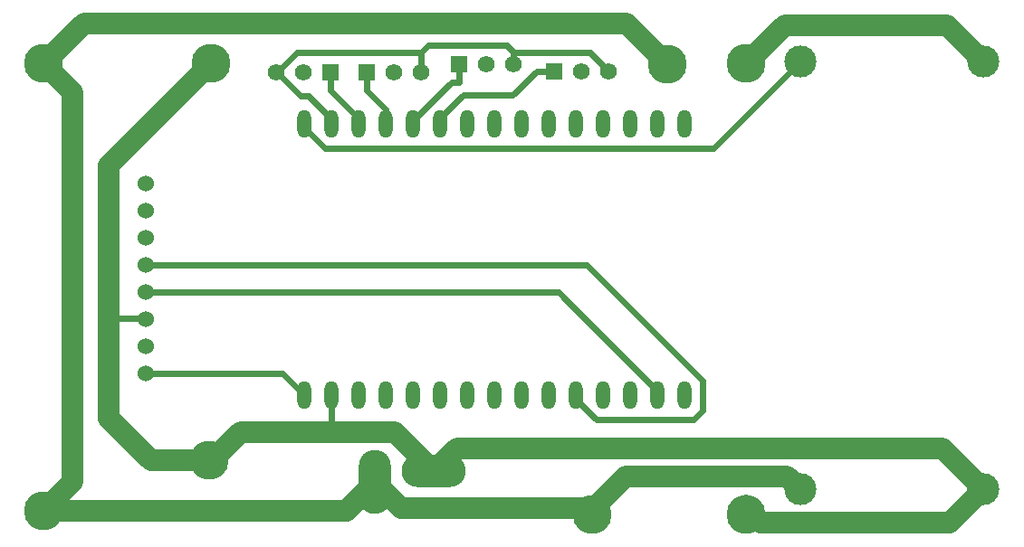
<source format=gbl>
G04 Layer: BottomLayer*
G04 EasyEDA v6.5.50, 2025-05-22 18:22:48*
G04 fc6da040da284c709fc099fb5742b6c8,f287e63262dc457b8036977447f4c865,10*
G04 Gerber Generator version 0.2*
G04 Scale: 100 percent, Rotated: No, Reflected: No *
G04 Dimensions in millimeters *
G04 leading zeros omitted , absolute positions ,4 integer and 5 decimal *
%FSLAX45Y45*%
%MOMM*%

%ADD10C,2.0000*%
%ADD11C,0.6000*%
%ADD12O,1.3081X2.615946*%
%ADD13C,1.5748*%
%ADD14R,1.5748X1.5748*%
%ADD15C,1.5240*%
%ADD16C,3.0000*%
%ADD17C,3.6500*%
%ADD18O,2.999994X5.999988*%
%ADD19O,5.999988X2.999994*%
%ADD20O,0.01X2.999994*%

%LPD*%
D10*
X11042624Y4377778D02*
G01*
X10882782Y4537621D01*
X9378975Y4537621D01*
X4546600Y6019800D02*
G01*
X4546600Y5080000D01*
X4940300Y4686300D01*
X5486400Y4686300D01*
D11*
X4889500Y6007100D02*
G01*
X4876800Y6019800D01*
X4546600Y6019800D01*
D10*
X5499988Y8399983D02*
G01*
X4546600Y7446594D01*
X4546600Y6019800D01*
D11*
X6629400Y5295900D02*
G01*
X6629145Y4953000D01*
D10*
X7584795Y4583099D02*
G01*
X7214895Y4953000D01*
X5778500Y4953000D01*
X5511800Y4686300D01*
X5486400Y4686300D01*
X12725400Y4419600D02*
G01*
X12407900Y4102100D01*
X10642600Y4102100D01*
X10502900Y4241800D01*
X10502900Y4267200D01*
X7584795Y4583099D02*
G01*
X7802295Y4800600D01*
X12344400Y4800600D01*
X12725400Y4419600D01*
X7035800Y4483100D02*
G01*
X7277100Y4241800D01*
X9067800Y4241800D01*
X9378975Y4537621D02*
G01*
X9099524Y4258170D01*
X3937000Y4216400D02*
G01*
X6769100Y4216400D01*
X7035800Y4483100D01*
D11*
X6629400Y7835900D02*
G01*
X6629400Y7879943D01*
X6412102Y8097240D01*
X6337554Y8097240D01*
X6116294Y8318500D01*
D10*
X12725400Y8420100D02*
G01*
X12382500Y8763000D01*
X10863072Y8763000D01*
X10499852Y8400034D01*
X3937000Y8400034D02*
G01*
X4312665Y8775700D01*
X9385300Y8775700D01*
X9766300Y8394700D01*
D11*
X7823200Y8225942D02*
G01*
X7749692Y8225942D01*
X7391400Y7867650D01*
X7391400Y7835900D01*
X7823200Y8394700D02*
G01*
X7823200Y8225942D01*
X11010900Y8420100D02*
G01*
X10197566Y7606766D01*
X6568287Y7606766D01*
X6375400Y7799654D01*
X6375400Y7835900D01*
X4889500Y6261100D02*
G01*
X8748013Y6261100D01*
X9677400Y5331713D01*
X9677400Y5295900D01*
X4889500Y6515100D02*
G01*
X9008821Y6515100D01*
X10094112Y5429808D01*
X10094112Y5148986D01*
X10009428Y5064302D01*
X9107550Y5064302D01*
X8915400Y5256453D01*
X8915400Y5295900D01*
X4889500Y5499100D02*
G01*
X6172200Y5499100D01*
X6375400Y5295900D01*
X6959600Y8149742D02*
G01*
X7137400Y7971942D01*
X7137400Y7835900D01*
X6959600Y8318500D02*
G01*
X6959600Y8149742D01*
X8543442Y8331200D02*
G01*
X8317991Y8105749D01*
X7857363Y8105749D01*
X7645400Y7893786D01*
X7645400Y7835900D01*
X8712200Y8331200D02*
G01*
X8543442Y8331200D01*
X6616700Y8149742D02*
G01*
X6883400Y7883042D01*
X6883400Y7835900D01*
X6616700Y8318500D02*
G01*
X6616700Y8149742D01*
X8331200Y8503589D02*
G01*
X8331200Y8394700D01*
X9220200Y8331200D02*
G01*
X9047810Y8503589D01*
X8331200Y8503589D01*
X6629400Y5295900D02*
G01*
X6629400Y5240629D01*
X7467600Y8503589D02*
G01*
X7467600Y8318500D01*
X7467600Y8503589D02*
G01*
X7534503Y8570493D01*
X8264296Y8570493D01*
X8331200Y8503589D01*
X6116294Y8318500D02*
G01*
X6108700Y8318500D01*
X6116294Y8318500D02*
G01*
X6301384Y8503589D01*
X7467600Y8503589D01*
D10*
X3937000Y8400034D02*
G01*
X4203700Y8133334D01*
X4203700Y4483100D01*
X3937000Y4216400D01*
D12*
G01*
X6375400Y5295900D03*
G01*
X6629400Y5295900D03*
G01*
X6883400Y5295900D03*
G01*
X7137400Y5295900D03*
G01*
X7391400Y5295900D03*
G01*
X7645400Y5295900D03*
G01*
X7899400Y5295900D03*
G01*
X8153400Y5295900D03*
G01*
X8407400Y5295900D03*
G01*
X8661400Y5295900D03*
G01*
X8915400Y5295900D03*
G01*
X9169400Y5295900D03*
G01*
X9423400Y5295900D03*
G01*
X9677400Y5295900D03*
G01*
X9931400Y5295900D03*
G01*
X6375400Y7835900D03*
G01*
X6629400Y7835900D03*
G01*
X6883400Y7835900D03*
G01*
X7137400Y7835900D03*
G01*
X7391400Y7835900D03*
G01*
X7645400Y7835900D03*
G01*
X7899400Y7835900D03*
G01*
X8153400Y7835900D03*
G01*
X8407400Y7835900D03*
G01*
X8661400Y7835900D03*
G01*
X8915400Y7835900D03*
G01*
X9169400Y7835900D03*
G01*
X9423400Y7835900D03*
G01*
X9677400Y7835900D03*
G01*
X9931400Y7835900D03*
D13*
G01*
X9220200Y8331200D03*
G01*
X8966200Y8331200D03*
D14*
G01*
X8712200Y8331200D03*
D13*
G01*
X8331200Y8394700D03*
G01*
X8077200Y8394700D03*
D14*
G01*
X7823200Y8394700D03*
D13*
G01*
X7467600Y8318500D03*
G01*
X7213600Y8318500D03*
D14*
G01*
X6959600Y8318500D03*
D13*
G01*
X6108700Y8318500D03*
G01*
X6362700Y8318500D03*
D14*
G01*
X6616700Y8318500D03*
D15*
G01*
X4889500Y5499100D03*
G01*
X4889500Y5753100D03*
G01*
X4889500Y6007100D03*
G01*
X4889500Y6261100D03*
G01*
X4889500Y6515100D03*
G01*
X4889500Y6769100D03*
G01*
X4889500Y7023100D03*
G01*
X4889500Y7277100D03*
D16*
G01*
X11010900Y8420100D03*
G01*
X12725400Y8420100D03*
G01*
X12725400Y4419600D03*
G01*
X11010900Y4419600D03*
D17*
G01*
X10499979Y8399983D03*
G01*
X9766300Y8394700D03*
G01*
X5486400Y4686300D03*
G01*
X3937000Y4216400D03*
G01*
X5499988Y8399983D03*
G01*
X3937000Y8399983D03*
G01*
X10502900Y4178300D03*
G01*
X9067800Y4178300D03*
D18*
G01*
X7035800Y4483100D03*
D19*
G01*
X7584795Y4583099D03*
M02*

</source>
